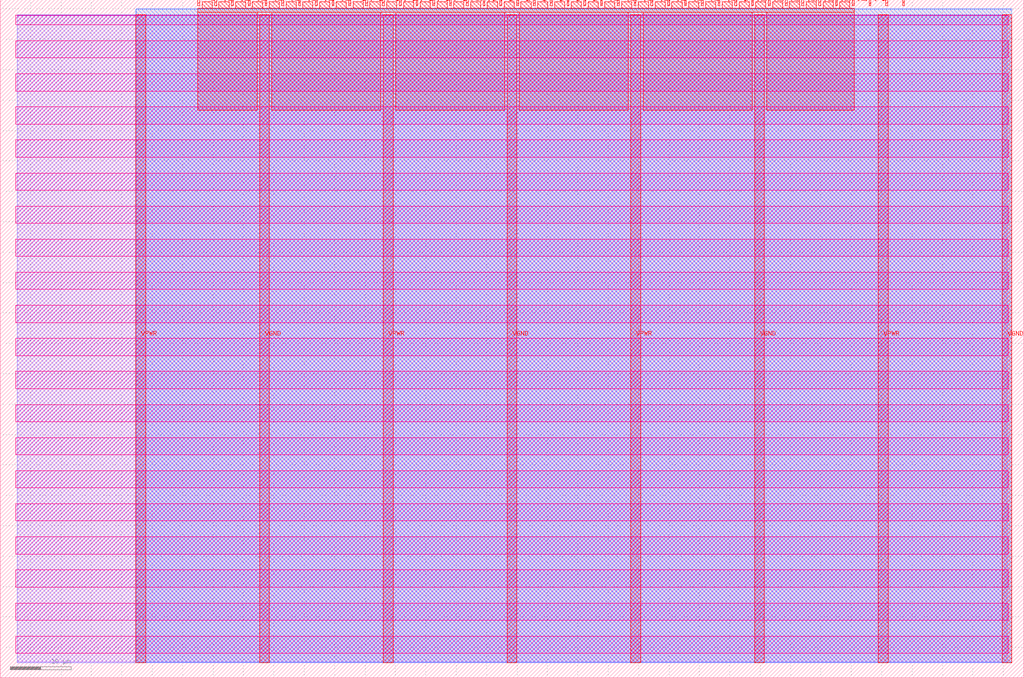
<source format=lef>
VERSION 5.7 ;
  NOWIREEXTENSIONATPIN ON ;
  DIVIDERCHAR "/" ;
  BUSBITCHARS "[]" ;
MACRO tt_um_ttl74hc595_v2
  CLASS BLOCK ;
  FOREIGN tt_um_ttl74hc595_v2 ;
  ORIGIN 0.000 0.000 ;
  SIZE 168.360 BY 111.520 ;
  PIN VGND
    DIRECTION INOUT ;
    USE GROUND ;
    PORT
      LAYER met4 ;
        RECT 42.670 2.480 44.270 109.040 ;
    END
    PORT
      LAYER met4 ;
        RECT 83.380 2.480 84.980 109.040 ;
    END
    PORT
      LAYER met4 ;
        RECT 124.090 2.480 125.690 109.040 ;
    END
    PORT
      LAYER met4 ;
        RECT 164.800 2.480 166.400 109.040 ;
    END
  END VGND
  PIN VPWR
    DIRECTION INOUT ;
    USE POWER ;
    PORT
      LAYER met4 ;
        RECT 22.315 2.480 23.915 109.040 ;
    END
    PORT
      LAYER met4 ;
        RECT 63.025 2.480 64.625 109.040 ;
    END
    PORT
      LAYER met4 ;
        RECT 103.735 2.480 105.335 109.040 ;
    END
    PORT
      LAYER met4 ;
        RECT 144.445 2.480 146.045 109.040 ;
    END
  END VPWR
  PIN clk
    DIRECTION INPUT ;
    USE SIGNAL ;
    PORT
      LAYER met4 ;
        RECT 145.670 110.520 145.970 111.520 ;
    END
  END clk
  PIN ena
    DIRECTION INPUT ;
    USE SIGNAL ;
    PORT
      LAYER met4 ;
        RECT 148.430 110.520 148.730 111.520 ;
    END
  END ena
  PIN rst_n
    DIRECTION INPUT ;
    USE SIGNAL ;
    PORT
      LAYER met4 ;
        RECT 142.910 110.520 143.210 111.520 ;
    END
  END rst_n
  PIN ui_in[0]
    DIRECTION INPUT ;
    USE SIGNAL ;
    ANTENNAGATEAREA 0.196500 ;
    PORT
      LAYER met4 ;
        RECT 140.150 110.520 140.450 111.520 ;
    END
  END ui_in[0]
  PIN ui_in[1]
    DIRECTION INPUT ;
    USE SIGNAL ;
    ANTENNAGATEAREA 0.196500 ;
    PORT
      LAYER met4 ;
        RECT 137.390 110.520 137.690 111.520 ;
    END
  END ui_in[1]
  PIN ui_in[2]
    DIRECTION INPUT ;
    USE SIGNAL ;
    ANTENNAGATEAREA 0.247500 ;
    PORT
      LAYER met4 ;
        RECT 134.630 110.520 134.930 111.520 ;
    END
  END ui_in[2]
  PIN ui_in[3]
    DIRECTION INPUT ;
    USE SIGNAL ;
    ANTENNAGATEAREA 0.247500 ;
    PORT
      LAYER met4 ;
        RECT 131.870 110.520 132.170 111.520 ;
    END
  END ui_in[3]
  PIN ui_in[4]
    DIRECTION INPUT ;
    USE SIGNAL ;
    ANTENNAGATEAREA 0.213000 ;
    PORT
      LAYER met4 ;
        RECT 129.110 110.520 129.410 111.520 ;
    END
  END ui_in[4]
  PIN ui_in[5]
    DIRECTION INPUT ;
    USE SIGNAL ;
    PORT
      LAYER met4 ;
        RECT 126.350 110.520 126.650 111.520 ;
    END
  END ui_in[5]
  PIN ui_in[6]
    DIRECTION INPUT ;
    USE SIGNAL ;
    PORT
      LAYER met4 ;
        RECT 123.590 110.520 123.890 111.520 ;
    END
  END ui_in[6]
  PIN ui_in[7]
    DIRECTION INPUT ;
    USE SIGNAL ;
    PORT
      LAYER met4 ;
        RECT 120.830 110.520 121.130 111.520 ;
    END
  END ui_in[7]
  PIN uio_in[0]
    DIRECTION INPUT ;
    USE SIGNAL ;
    PORT
      LAYER met4 ;
        RECT 118.070 110.520 118.370 111.520 ;
    END
  END uio_in[0]
  PIN uio_in[1]
    DIRECTION INPUT ;
    USE SIGNAL ;
    PORT
      LAYER met4 ;
        RECT 115.310 110.520 115.610 111.520 ;
    END
  END uio_in[1]
  PIN uio_in[2]
    DIRECTION INPUT ;
    USE SIGNAL ;
    PORT
      LAYER met4 ;
        RECT 112.550 110.520 112.850 111.520 ;
    END
  END uio_in[2]
  PIN uio_in[3]
    DIRECTION INPUT ;
    USE SIGNAL ;
    PORT
      LAYER met4 ;
        RECT 109.790 110.520 110.090 111.520 ;
    END
  END uio_in[3]
  PIN uio_in[4]
    DIRECTION INPUT ;
    USE SIGNAL ;
    PORT
      LAYER met4 ;
        RECT 107.030 110.520 107.330 111.520 ;
    END
  END uio_in[4]
  PIN uio_in[5]
    DIRECTION INPUT ;
    USE SIGNAL ;
    PORT
      LAYER met4 ;
        RECT 104.270 110.520 104.570 111.520 ;
    END
  END uio_in[5]
  PIN uio_in[6]
    DIRECTION INPUT ;
    USE SIGNAL ;
    PORT
      LAYER met4 ;
        RECT 101.510 110.520 101.810 111.520 ;
    END
  END uio_in[6]
  PIN uio_in[7]
    DIRECTION INPUT ;
    USE SIGNAL ;
    PORT
      LAYER met4 ;
        RECT 98.750 110.520 99.050 111.520 ;
    END
  END uio_in[7]
  PIN uio_oe[0]
    DIRECTION OUTPUT TRISTATE ;
    USE SIGNAL ;
    PORT
      LAYER met4 ;
        RECT 51.830 110.520 52.130 111.520 ;
    END
  END uio_oe[0]
  PIN uio_oe[1]
    DIRECTION OUTPUT TRISTATE ;
    USE SIGNAL ;
    PORT
      LAYER met4 ;
        RECT 49.070 110.520 49.370 111.520 ;
    END
  END uio_oe[1]
  PIN uio_oe[2]
    DIRECTION OUTPUT TRISTATE ;
    USE SIGNAL ;
    PORT
      LAYER met4 ;
        RECT 46.310 110.520 46.610 111.520 ;
    END
  END uio_oe[2]
  PIN uio_oe[3]
    DIRECTION OUTPUT TRISTATE ;
    USE SIGNAL ;
    PORT
      LAYER met4 ;
        RECT 43.550 110.520 43.850 111.520 ;
    END
  END uio_oe[3]
  PIN uio_oe[4]
    DIRECTION OUTPUT TRISTATE ;
    USE SIGNAL ;
    PORT
      LAYER met4 ;
        RECT 40.790 110.520 41.090 111.520 ;
    END
  END uio_oe[4]
  PIN uio_oe[5]
    DIRECTION OUTPUT TRISTATE ;
    USE SIGNAL ;
    PORT
      LAYER met4 ;
        RECT 38.030 110.520 38.330 111.520 ;
    END
  END uio_oe[5]
  PIN uio_oe[6]
    DIRECTION OUTPUT TRISTATE ;
    USE SIGNAL ;
    PORT
      LAYER met4 ;
        RECT 35.270 110.520 35.570 111.520 ;
    END
  END uio_oe[6]
  PIN uio_oe[7]
    DIRECTION OUTPUT TRISTATE ;
    USE SIGNAL ;
    PORT
      LAYER met4 ;
        RECT 32.510 110.520 32.810 111.520 ;
    END
  END uio_oe[7]
  PIN uio_out[0]
    DIRECTION OUTPUT TRISTATE ;
    USE SIGNAL ;
    PORT
      LAYER met4 ;
        RECT 73.910 110.520 74.210 111.520 ;
    END
  END uio_out[0]
  PIN uio_out[1]
    DIRECTION OUTPUT TRISTATE ;
    USE SIGNAL ;
    PORT
      LAYER met4 ;
        RECT 71.150 110.520 71.450 111.520 ;
    END
  END uio_out[1]
  PIN uio_out[2]
    DIRECTION OUTPUT TRISTATE ;
    USE SIGNAL ;
    PORT
      LAYER met4 ;
        RECT 68.390 110.520 68.690 111.520 ;
    END
  END uio_out[2]
  PIN uio_out[3]
    DIRECTION OUTPUT TRISTATE ;
    USE SIGNAL ;
    PORT
      LAYER met4 ;
        RECT 65.630 110.520 65.930 111.520 ;
    END
  END uio_out[3]
  PIN uio_out[4]
    DIRECTION OUTPUT TRISTATE ;
    USE SIGNAL ;
    PORT
      LAYER met4 ;
        RECT 62.870 110.520 63.170 111.520 ;
    END
  END uio_out[4]
  PIN uio_out[5]
    DIRECTION OUTPUT TRISTATE ;
    USE SIGNAL ;
    PORT
      LAYER met4 ;
        RECT 60.110 110.520 60.410 111.520 ;
    END
  END uio_out[5]
  PIN uio_out[6]
    DIRECTION OUTPUT TRISTATE ;
    USE SIGNAL ;
    PORT
      LAYER met4 ;
        RECT 57.350 110.520 57.650 111.520 ;
    END
  END uio_out[6]
  PIN uio_out[7]
    DIRECTION OUTPUT TRISTATE ;
    USE SIGNAL ;
    PORT
      LAYER met4 ;
        RECT 54.590 110.520 54.890 111.520 ;
    END
  END uio_out[7]
  PIN uo_out[0]
    DIRECTION OUTPUT TRISTATE ;
    USE SIGNAL ;
    ANTENNADIFFAREA 1.782000 ;
    PORT
      LAYER met4 ;
        RECT 95.990 110.520 96.290 111.520 ;
    END
  END uo_out[0]
  PIN uo_out[1]
    DIRECTION OUTPUT TRISTATE ;
    USE SIGNAL ;
    ANTENNADIFFAREA 1.782000 ;
    PORT
      LAYER met4 ;
        RECT 93.230 110.520 93.530 111.520 ;
    END
  END uo_out[1]
  PIN uo_out[2]
    DIRECTION OUTPUT TRISTATE ;
    USE SIGNAL ;
    ANTENNADIFFAREA 1.782000 ;
    PORT
      LAYER met4 ;
        RECT 90.470 110.520 90.770 111.520 ;
    END
  END uo_out[2]
  PIN uo_out[3]
    DIRECTION OUTPUT TRISTATE ;
    USE SIGNAL ;
    ANTENNADIFFAREA 1.782000 ;
    PORT
      LAYER met4 ;
        RECT 87.710 110.520 88.010 111.520 ;
    END
  END uo_out[3]
  PIN uo_out[4]
    DIRECTION OUTPUT TRISTATE ;
    USE SIGNAL ;
    ANTENNADIFFAREA 1.782000 ;
    PORT
      LAYER met4 ;
        RECT 84.950 110.520 85.250 111.520 ;
    END
  END uo_out[4]
  PIN uo_out[5]
    DIRECTION OUTPUT TRISTATE ;
    USE SIGNAL ;
    ANTENNADIFFAREA 1.782000 ;
    PORT
      LAYER met4 ;
        RECT 82.190 110.520 82.490 111.520 ;
    END
  END uo_out[5]
  PIN uo_out[6]
    DIRECTION OUTPUT TRISTATE ;
    USE SIGNAL ;
    ANTENNADIFFAREA 1.782000 ;
    PORT
      LAYER met4 ;
        RECT 79.430 110.520 79.730 111.520 ;
    END
  END uo_out[6]
  PIN uo_out[7]
    DIRECTION OUTPUT TRISTATE ;
    USE SIGNAL ;
    ANTENNADIFFAREA 1.782000 ;
    PORT
      LAYER met4 ;
        RECT 76.670 110.520 76.970 111.520 ;
    END
  END uo_out[7]
  OBS
      LAYER nwell ;
        RECT 2.570 107.385 165.790 108.990 ;
        RECT 2.570 101.945 165.790 104.775 ;
        RECT 2.570 96.505 165.790 99.335 ;
        RECT 2.570 91.065 165.790 93.895 ;
        RECT 2.570 85.625 165.790 88.455 ;
        RECT 2.570 80.185 165.790 83.015 ;
        RECT 2.570 74.745 165.790 77.575 ;
        RECT 2.570 69.305 165.790 72.135 ;
        RECT 2.570 63.865 165.790 66.695 ;
        RECT 2.570 58.425 165.790 61.255 ;
        RECT 2.570 52.985 165.790 55.815 ;
        RECT 2.570 47.545 165.790 50.375 ;
        RECT 2.570 42.105 165.790 44.935 ;
        RECT 2.570 36.665 165.790 39.495 ;
        RECT 2.570 31.225 165.790 34.055 ;
        RECT 2.570 25.785 165.790 28.615 ;
        RECT 2.570 20.345 165.790 23.175 ;
        RECT 2.570 14.905 165.790 17.735 ;
        RECT 2.570 9.465 165.790 12.295 ;
        RECT 2.570 4.025 165.790 6.855 ;
      LAYER li1 ;
        RECT 2.760 2.635 165.600 108.885 ;
      LAYER met1 ;
        RECT 2.760 2.480 166.400 109.040 ;
      LAYER met2 ;
        RECT 22.345 2.535 166.370 110.005 ;
      LAYER met3 ;
        RECT 22.325 2.555 166.390 109.985 ;
      LAYER met4 ;
        RECT 33.210 110.120 34.870 111.170 ;
        RECT 35.970 110.120 37.630 111.170 ;
        RECT 38.730 110.120 40.390 111.170 ;
        RECT 41.490 110.120 43.150 111.170 ;
        RECT 44.250 110.120 45.910 111.170 ;
        RECT 47.010 110.120 48.670 111.170 ;
        RECT 49.770 110.120 51.430 111.170 ;
        RECT 52.530 110.120 54.190 111.170 ;
        RECT 55.290 110.120 56.950 111.170 ;
        RECT 58.050 110.120 59.710 111.170 ;
        RECT 60.810 110.120 62.470 111.170 ;
        RECT 63.570 110.120 65.230 111.170 ;
        RECT 66.330 110.120 67.990 111.170 ;
        RECT 69.090 110.120 70.750 111.170 ;
        RECT 71.850 110.120 73.510 111.170 ;
        RECT 74.610 110.120 76.270 111.170 ;
        RECT 77.370 110.120 79.030 111.170 ;
        RECT 80.130 110.120 81.790 111.170 ;
        RECT 82.890 110.120 84.550 111.170 ;
        RECT 85.650 110.120 87.310 111.170 ;
        RECT 88.410 110.120 90.070 111.170 ;
        RECT 91.170 110.120 92.830 111.170 ;
        RECT 93.930 110.120 95.590 111.170 ;
        RECT 96.690 110.120 98.350 111.170 ;
        RECT 99.450 110.120 101.110 111.170 ;
        RECT 102.210 110.120 103.870 111.170 ;
        RECT 104.970 110.120 106.630 111.170 ;
        RECT 107.730 110.120 109.390 111.170 ;
        RECT 110.490 110.120 112.150 111.170 ;
        RECT 113.250 110.120 114.910 111.170 ;
        RECT 116.010 110.120 117.670 111.170 ;
        RECT 118.770 110.120 120.430 111.170 ;
        RECT 121.530 110.120 123.190 111.170 ;
        RECT 124.290 110.120 125.950 111.170 ;
        RECT 127.050 110.120 128.710 111.170 ;
        RECT 129.810 110.120 131.470 111.170 ;
        RECT 132.570 110.120 134.230 111.170 ;
        RECT 135.330 110.120 136.990 111.170 ;
        RECT 138.090 110.120 139.750 111.170 ;
        RECT 32.495 109.440 140.465 110.120 ;
        RECT 32.495 93.335 42.270 109.440 ;
        RECT 44.670 93.335 62.625 109.440 ;
        RECT 65.025 93.335 82.980 109.440 ;
        RECT 85.380 93.335 103.335 109.440 ;
        RECT 105.735 93.335 123.690 109.440 ;
        RECT 126.090 93.335 140.465 109.440 ;
  END
END tt_um_ttl74hc595_v2
END LIBRARY


</source>
